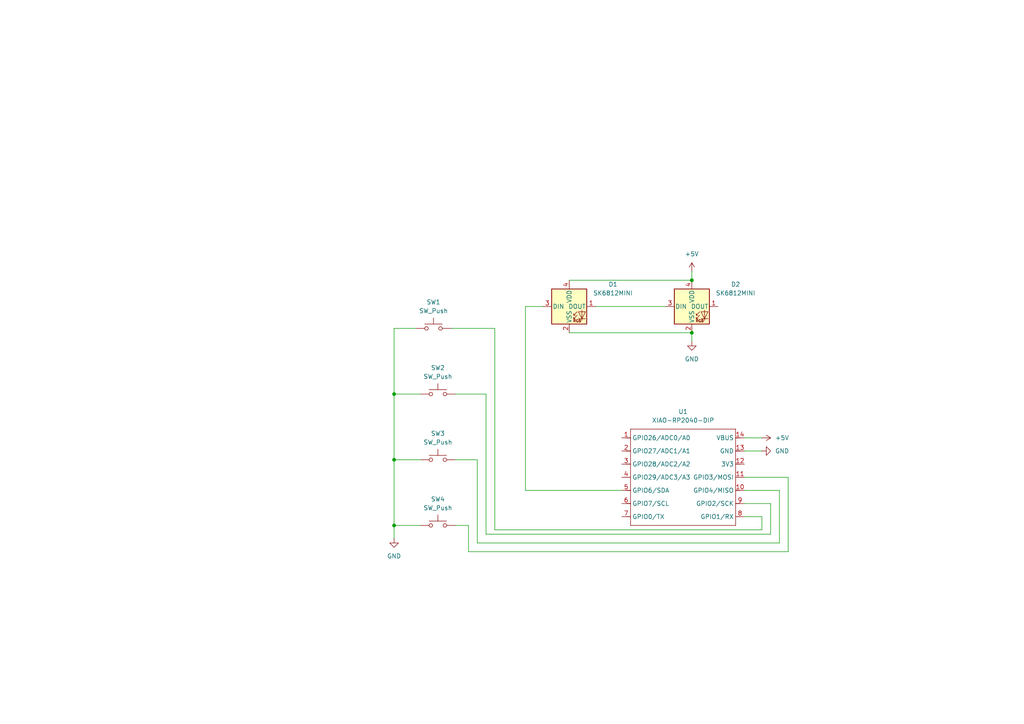
<source format=kicad_sch>
(kicad_sch
	(version 20250114)
	(generator "eeschema")
	(generator_version "9.0")
	(uuid "9b3d7d41-f9df-4cac-9e96-bcd16da35200")
	(paper "A4")
	(lib_symbols
		(symbol "LED:SK6812MINI"
			(pin_names
				(offset 0.254)
			)
			(exclude_from_sim no)
			(in_bom yes)
			(on_board yes)
			(property "Reference" "D"
				(at 5.08 5.715 0)
				(effects
					(font
						(size 1.27 1.27)
					)
					(justify right bottom)
				)
			)
			(property "Value" "SK6812MINI"
				(at 1.27 -5.715 0)
				(effects
					(font
						(size 1.27 1.27)
					)
					(justify left top)
				)
			)
			(property "Footprint" "LED_SMD:LED_SK6812MINI_PLCC4_3.5x3.5mm_P1.75mm"
				(at 1.27 -7.62 0)
				(effects
					(font
						(size 1.27 1.27)
					)
					(justify left top)
					(hide yes)
				)
			)
			(property "Datasheet" "https://cdn-shop.adafruit.com/product-files/2686/SK6812MINI_REV.01-1-2.pdf"
				(at 2.54 -9.525 0)
				(effects
					(font
						(size 1.27 1.27)
					)
					(justify left top)
					(hide yes)
				)
			)
			(property "Description" "RGB LED with integrated controller"
				(at 0 0 0)
				(effects
					(font
						(size 1.27 1.27)
					)
					(hide yes)
				)
			)
			(property "ki_keywords" "RGB LED NeoPixel Mini addressable"
				(at 0 0 0)
				(effects
					(font
						(size 1.27 1.27)
					)
					(hide yes)
				)
			)
			(property "ki_fp_filters" "LED*SK6812MINI*PLCC*3.5x3.5mm*P1.75mm*"
				(at 0 0 0)
				(effects
					(font
						(size 1.27 1.27)
					)
					(hide yes)
				)
			)
			(symbol "SK6812MINI_0_0"
				(text "RGB"
					(at 2.286 -4.191 0)
					(effects
						(font
							(size 0.762 0.762)
						)
					)
				)
			)
			(symbol "SK6812MINI_0_1"
				(polyline
					(pts
						(xy 1.27 -2.54) (xy 1.778 -2.54)
					)
					(stroke
						(width 0)
						(type default)
					)
					(fill
						(type none)
					)
				)
				(polyline
					(pts
						(xy 1.27 -3.556) (xy 1.778 -3.556)
					)
					(stroke
						(width 0)
						(type default)
					)
					(fill
						(type none)
					)
				)
				(polyline
					(pts
						(xy 2.286 -1.524) (xy 1.27 -2.54) (xy 1.27 -2.032)
					)
					(stroke
						(width 0)
						(type default)
					)
					(fill
						(type none)
					)
				)
				(polyline
					(pts
						(xy 2.286 -2.54) (xy 1.27 -3.556) (xy 1.27 -3.048)
					)
					(stroke
						(width 0)
						(type default)
					)
					(fill
						(type none)
					)
				)
				(polyline
					(pts
						(xy 3.683 -1.016) (xy 3.683 -3.556) (xy 3.683 -4.064)
					)
					(stroke
						(width 0)
						(type default)
					)
					(fill
						(type none)
					)
				)
				(polyline
					(pts
						(xy 4.699 -1.524) (xy 2.667 -1.524) (xy 3.683 -3.556) (xy 4.699 -1.524)
					)
					(stroke
						(width 0)
						(type default)
					)
					(fill
						(type none)
					)
				)
				(polyline
					(pts
						(xy 4.699 -3.556) (xy 2.667 -3.556)
					)
					(stroke
						(width 0)
						(type default)
					)
					(fill
						(type none)
					)
				)
				(rectangle
					(start 5.08 5.08)
					(end -5.08 -5.08)
					(stroke
						(width 0.254)
						(type default)
					)
					(fill
						(type background)
					)
				)
			)
			(symbol "SK6812MINI_1_1"
				(pin input line
					(at -7.62 0 0)
					(length 2.54)
					(name "DIN"
						(effects
							(font
								(size 1.27 1.27)
							)
						)
					)
					(number "3"
						(effects
							(font
								(size 1.27 1.27)
							)
						)
					)
				)
				(pin power_in line
					(at 0 7.62 270)
					(length 2.54)
					(name "VDD"
						(effects
							(font
								(size 1.27 1.27)
							)
						)
					)
					(number "4"
						(effects
							(font
								(size 1.27 1.27)
							)
						)
					)
				)
				(pin power_in line
					(at 0 -7.62 90)
					(length 2.54)
					(name "VSS"
						(effects
							(font
								(size 1.27 1.27)
							)
						)
					)
					(number "2"
						(effects
							(font
								(size 1.27 1.27)
							)
						)
					)
				)
				(pin output line
					(at 7.62 0 180)
					(length 2.54)
					(name "DOUT"
						(effects
							(font
								(size 1.27 1.27)
							)
						)
					)
					(number "1"
						(effects
							(font
								(size 1.27 1.27)
							)
						)
					)
				)
			)
			(embedded_fonts no)
		)
		(symbol "OPL:XIAO-RP2040-DIP"
			(exclude_from_sim no)
			(in_bom yes)
			(on_board yes)
			(property "Reference" "U"
				(at 0 0 0)
				(effects
					(font
						(size 1.27 1.27)
					)
				)
			)
			(property "Value" "XIAO-RP2040-DIP"
				(at 5.334 -1.778 0)
				(effects
					(font
						(size 1.27 1.27)
					)
				)
			)
			(property "Footprint" "Module:MOUDLE14P-XIAO-DIP-SMD"
				(at 14.478 -32.258 0)
				(effects
					(font
						(size 1.27 1.27)
					)
					(hide yes)
				)
			)
			(property "Datasheet" ""
				(at 0 0 0)
				(effects
					(font
						(size 1.27 1.27)
					)
					(hide yes)
				)
			)
			(property "Description" ""
				(at 0 0 0)
				(effects
					(font
						(size 1.27 1.27)
					)
					(hide yes)
				)
			)
			(symbol "XIAO-RP2040-DIP_1_0"
				(polyline
					(pts
						(xy -1.27 -2.54) (xy 29.21 -2.54)
					)
					(stroke
						(width 0.1524)
						(type solid)
					)
					(fill
						(type none)
					)
				)
				(polyline
					(pts
						(xy -1.27 -5.08) (xy -2.54 -5.08)
					)
					(stroke
						(width 0.1524)
						(type solid)
					)
					(fill
						(type none)
					)
				)
				(polyline
					(pts
						(xy -1.27 -5.08) (xy -1.27 -2.54)
					)
					(stroke
						(width 0.1524)
						(type solid)
					)
					(fill
						(type none)
					)
				)
				(polyline
					(pts
						(xy -1.27 -8.89) (xy -2.54 -8.89)
					)
					(stroke
						(width 0.1524)
						(type solid)
					)
					(fill
						(type none)
					)
				)
				(polyline
					(pts
						(xy -1.27 -8.89) (xy -1.27 -5.08)
					)
					(stroke
						(width 0.1524)
						(type solid)
					)
					(fill
						(type none)
					)
				)
				(polyline
					(pts
						(xy -1.27 -12.7) (xy -2.54 -12.7)
					)
					(stroke
						(width 0.1524)
						(type solid)
					)
					(fill
						(type none)
					)
				)
				(polyline
					(pts
						(xy -1.27 -12.7) (xy -1.27 -8.89)
					)
					(stroke
						(width 0.1524)
						(type solid)
					)
					(fill
						(type none)
					)
				)
				(polyline
					(pts
						(xy -1.27 -16.51) (xy -2.54 -16.51)
					)
					(stroke
						(width 0.1524)
						(type solid)
					)
					(fill
						(type none)
					)
				)
				(polyline
					(pts
						(xy -1.27 -16.51) (xy -1.27 -12.7)
					)
					(stroke
						(width 0.1524)
						(type solid)
					)
					(fill
						(type none)
					)
				)
				(polyline
					(pts
						(xy -1.27 -20.32) (xy -2.54 -20.32)
					)
					(stroke
						(width 0.1524)
						(type solid)
					)
					(fill
						(type none)
					)
				)
				(polyline
					(pts
						(xy -1.27 -24.13) (xy -2.54 -24.13)
					)
					(stroke
						(width 0.1524)
						(type solid)
					)
					(fill
						(type none)
					)
				)
				(polyline
					(pts
						(xy -1.27 -27.94) (xy -2.54 -27.94)
					)
					(stroke
						(width 0.1524)
						(type solid)
					)
					(fill
						(type none)
					)
				)
				(polyline
					(pts
						(xy -1.27 -30.48) (xy -1.27 -16.51)
					)
					(stroke
						(width 0.1524)
						(type solid)
					)
					(fill
						(type none)
					)
				)
				(polyline
					(pts
						(xy 29.21 -2.54) (xy 29.21 -5.08)
					)
					(stroke
						(width 0.1524)
						(type solid)
					)
					(fill
						(type none)
					)
				)
				(polyline
					(pts
						(xy 29.21 -5.08) (xy 29.21 -8.89)
					)
					(stroke
						(width 0.1524)
						(type solid)
					)
					(fill
						(type none)
					)
				)
				(polyline
					(pts
						(xy 29.21 -8.89) (xy 29.21 -12.7)
					)
					(stroke
						(width 0.1524)
						(type solid)
					)
					(fill
						(type none)
					)
				)
				(polyline
					(pts
						(xy 29.21 -12.7) (xy 29.21 -30.48)
					)
					(stroke
						(width 0.1524)
						(type solid)
					)
					(fill
						(type none)
					)
				)
				(polyline
					(pts
						(xy 29.21 -30.48) (xy -1.27 -30.48)
					)
					(stroke
						(width 0.1524)
						(type solid)
					)
					(fill
						(type none)
					)
				)
				(polyline
					(pts
						(xy 30.48 -5.08) (xy 29.21 -5.08)
					)
					(stroke
						(width 0.1524)
						(type solid)
					)
					(fill
						(type none)
					)
				)
				(polyline
					(pts
						(xy 30.48 -8.89) (xy 29.21 -8.89)
					)
					(stroke
						(width 0.1524)
						(type solid)
					)
					(fill
						(type none)
					)
				)
				(polyline
					(pts
						(xy 30.48 -12.7) (xy 29.21 -12.7)
					)
					(stroke
						(width 0.1524)
						(type solid)
					)
					(fill
						(type none)
					)
				)
				(polyline
					(pts
						(xy 30.48 -16.51) (xy 29.21 -16.51)
					)
					(stroke
						(width 0.1524)
						(type solid)
					)
					(fill
						(type none)
					)
				)
				(polyline
					(pts
						(xy 30.48 -20.32) (xy 29.21 -20.32)
					)
					(stroke
						(width 0.1524)
						(type solid)
					)
					(fill
						(type none)
					)
				)
				(polyline
					(pts
						(xy 30.48 -24.13) (xy 29.21 -24.13)
					)
					(stroke
						(width 0.1524)
						(type solid)
					)
					(fill
						(type none)
					)
				)
				(polyline
					(pts
						(xy 30.48 -27.94) (xy 29.21 -27.94)
					)
					(stroke
						(width 0.1524)
						(type solid)
					)
					(fill
						(type none)
					)
				)
				(pin passive line
					(at -3.81 -5.08 0)
					(length 2.54)
					(name "GPIO26/ADC0/A0"
						(effects
							(font
								(size 1.27 1.27)
							)
						)
					)
					(number "1"
						(effects
							(font
								(size 1.27 1.27)
							)
						)
					)
				)
				(pin passive line
					(at -3.81 -8.89 0)
					(length 2.54)
					(name "GPIO27/ADC1/A1"
						(effects
							(font
								(size 1.27 1.27)
							)
						)
					)
					(number "2"
						(effects
							(font
								(size 1.27 1.27)
							)
						)
					)
				)
				(pin passive line
					(at -3.81 -12.7 0)
					(length 2.54)
					(name "GPIO28/ADC2/A2"
						(effects
							(font
								(size 1.27 1.27)
							)
						)
					)
					(number "3"
						(effects
							(font
								(size 1.27 1.27)
							)
						)
					)
				)
				(pin passive line
					(at -3.81 -16.51 0)
					(length 2.54)
					(name "GPIO29/ADC3/A3"
						(effects
							(font
								(size 1.27 1.27)
							)
						)
					)
					(number "4"
						(effects
							(font
								(size 1.27 1.27)
							)
						)
					)
				)
				(pin passive line
					(at -3.81 -20.32 0)
					(length 2.54)
					(name "GPIO6/SDA"
						(effects
							(font
								(size 1.27 1.27)
							)
						)
					)
					(number "5"
						(effects
							(font
								(size 1.27 1.27)
							)
						)
					)
				)
				(pin passive line
					(at -3.81 -24.13 0)
					(length 2.54)
					(name "GPIO7/SCL"
						(effects
							(font
								(size 1.27 1.27)
							)
						)
					)
					(number "6"
						(effects
							(font
								(size 1.27 1.27)
							)
						)
					)
				)
				(pin passive line
					(at -3.81 -27.94 0)
					(length 2.54)
					(name "GPIO0/TX"
						(effects
							(font
								(size 1.27 1.27)
							)
						)
					)
					(number "7"
						(effects
							(font
								(size 1.27 1.27)
							)
						)
					)
				)
				(pin passive line
					(at 31.75 -5.08 180)
					(length 2.54)
					(name "VBUS"
						(effects
							(font
								(size 1.27 1.27)
							)
						)
					)
					(number "14"
						(effects
							(font
								(size 1.27 1.27)
							)
						)
					)
				)
				(pin passive line
					(at 31.75 -8.89 180)
					(length 2.54)
					(name "GND"
						(effects
							(font
								(size 1.27 1.27)
							)
						)
					)
					(number "13"
						(effects
							(font
								(size 1.27 1.27)
							)
						)
					)
				)
				(pin passive line
					(at 31.75 -12.7 180)
					(length 2.54)
					(name "3V3"
						(effects
							(font
								(size 1.27 1.27)
							)
						)
					)
					(number "12"
						(effects
							(font
								(size 1.27 1.27)
							)
						)
					)
				)
				(pin passive line
					(at 31.75 -16.51 180)
					(length 2.54)
					(name "GPIO3/MOSI"
						(effects
							(font
								(size 1.27 1.27)
							)
						)
					)
					(number "11"
						(effects
							(font
								(size 1.27 1.27)
							)
						)
					)
				)
				(pin passive line
					(at 31.75 -20.32 180)
					(length 2.54)
					(name "GPIO4/MISO"
						(effects
							(font
								(size 1.27 1.27)
							)
						)
					)
					(number "10"
						(effects
							(font
								(size 1.27 1.27)
							)
						)
					)
				)
				(pin passive line
					(at 31.75 -24.13 180)
					(length 2.54)
					(name "GPIO2/SCK"
						(effects
							(font
								(size 1.27 1.27)
							)
						)
					)
					(number "9"
						(effects
							(font
								(size 1.27 1.27)
							)
						)
					)
				)
				(pin passive line
					(at 31.75 -27.94 180)
					(length 2.54)
					(name "GPIO1/RX"
						(effects
							(font
								(size 1.27 1.27)
							)
						)
					)
					(number "8"
						(effects
							(font
								(size 1.27 1.27)
							)
						)
					)
				)
			)
			(embedded_fonts no)
		)
		(symbol "Switch:SW_Push"
			(pin_numbers
				(hide yes)
			)
			(pin_names
				(offset 1.016)
				(hide yes)
			)
			(exclude_from_sim no)
			(in_bom yes)
			(on_board yes)
			(property "Reference" "SW"
				(at 1.27 2.54 0)
				(effects
					(font
						(size 1.27 1.27)
					)
					(justify left)
				)
			)
			(property "Value" "SW_Push"
				(at 0 -1.524 0)
				(effects
					(font
						(size 1.27 1.27)
					)
				)
			)
			(property "Footprint" ""
				(at 0 5.08 0)
				(effects
					(font
						(size 1.27 1.27)
					)
					(hide yes)
				)
			)
			(property "Datasheet" "~"
				(at 0 5.08 0)
				(effects
					(font
						(size 1.27 1.27)
					)
					(hide yes)
				)
			)
			(property "Description" "Push button switch, generic, two pins"
				(at 0 0 0)
				(effects
					(font
						(size 1.27 1.27)
					)
					(hide yes)
				)
			)
			(property "ki_keywords" "switch normally-open pushbutton push-button"
				(at 0 0 0)
				(effects
					(font
						(size 1.27 1.27)
					)
					(hide yes)
				)
			)
			(symbol "SW_Push_0_1"
				(circle
					(center -2.032 0)
					(radius 0.508)
					(stroke
						(width 0)
						(type default)
					)
					(fill
						(type none)
					)
				)
				(polyline
					(pts
						(xy 0 1.27) (xy 0 3.048)
					)
					(stroke
						(width 0)
						(type default)
					)
					(fill
						(type none)
					)
				)
				(circle
					(center 2.032 0)
					(radius 0.508)
					(stroke
						(width 0)
						(type default)
					)
					(fill
						(type none)
					)
				)
				(polyline
					(pts
						(xy 2.54 1.27) (xy -2.54 1.27)
					)
					(stroke
						(width 0)
						(type default)
					)
					(fill
						(type none)
					)
				)
				(pin passive line
					(at -5.08 0 0)
					(length 2.54)
					(name "1"
						(effects
							(font
								(size 1.27 1.27)
							)
						)
					)
					(number "1"
						(effects
							(font
								(size 1.27 1.27)
							)
						)
					)
				)
				(pin passive line
					(at 5.08 0 180)
					(length 2.54)
					(name "2"
						(effects
							(font
								(size 1.27 1.27)
							)
						)
					)
					(number "2"
						(effects
							(font
								(size 1.27 1.27)
							)
						)
					)
				)
			)
			(embedded_fonts no)
		)
		(symbol "power:+5V"
			(power)
			(pin_numbers
				(hide yes)
			)
			(pin_names
				(offset 0)
				(hide yes)
			)
			(exclude_from_sim no)
			(in_bom yes)
			(on_board yes)
			(property "Reference" "#PWR"
				(at 0 -3.81 0)
				(effects
					(font
						(size 1.27 1.27)
					)
					(hide yes)
				)
			)
			(property "Value" "+5V"
				(at 0 3.556 0)
				(effects
					(font
						(size 1.27 1.27)
					)
				)
			)
			(property "Footprint" ""
				(at 0 0 0)
				(effects
					(font
						(size 1.27 1.27)
					)
					(hide yes)
				)
			)
			(property "Datasheet" ""
				(at 0 0 0)
				(effects
					(font
						(size 1.27 1.27)
					)
					(hide yes)
				)
			)
			(property "Description" "Power symbol creates a global label with name \"+5V\""
				(at 0 0 0)
				(effects
					(font
						(size 1.27 1.27)
					)
					(hide yes)
				)
			)
			(property "ki_keywords" "global power"
				(at 0 0 0)
				(effects
					(font
						(size 1.27 1.27)
					)
					(hide yes)
				)
			)
			(symbol "+5V_0_1"
				(polyline
					(pts
						(xy -0.762 1.27) (xy 0 2.54)
					)
					(stroke
						(width 0)
						(type default)
					)
					(fill
						(type none)
					)
				)
				(polyline
					(pts
						(xy 0 2.54) (xy 0.762 1.27)
					)
					(stroke
						(width 0)
						(type default)
					)
					(fill
						(type none)
					)
				)
				(polyline
					(pts
						(xy 0 0) (xy 0 2.54)
					)
					(stroke
						(width 0)
						(type default)
					)
					(fill
						(type none)
					)
				)
			)
			(symbol "+5V_1_1"
				(pin power_in line
					(at 0 0 90)
					(length 0)
					(name "~"
						(effects
							(font
								(size 1.27 1.27)
							)
						)
					)
					(number "1"
						(effects
							(font
								(size 1.27 1.27)
							)
						)
					)
				)
			)
			(embedded_fonts no)
		)
		(symbol "power:GND"
			(power)
			(pin_numbers
				(hide yes)
			)
			(pin_names
				(offset 0)
				(hide yes)
			)
			(exclude_from_sim no)
			(in_bom yes)
			(on_board yes)
			(property "Reference" "#PWR"
				(at 0 -6.35 0)
				(effects
					(font
						(size 1.27 1.27)
					)
					(hide yes)
				)
			)
			(property "Value" "GND"
				(at 0 -3.81 0)
				(effects
					(font
						(size 1.27 1.27)
					)
				)
			)
			(property "Footprint" ""
				(at 0 0 0)
				(effects
					(font
						(size 1.27 1.27)
					)
					(hide yes)
				)
			)
			(property "Datasheet" ""
				(at 0 0 0)
				(effects
					(font
						(size 1.27 1.27)
					)
					(hide yes)
				)
			)
			(property "Description" "Power symbol creates a global label with name \"GND\" , ground"
				(at 0 0 0)
				(effects
					(font
						(size 1.27 1.27)
					)
					(hide yes)
				)
			)
			(property "ki_keywords" "global power"
				(at 0 0 0)
				(effects
					(font
						(size 1.27 1.27)
					)
					(hide yes)
				)
			)
			(symbol "GND_0_1"
				(polyline
					(pts
						(xy 0 0) (xy 0 -1.27) (xy 1.27 -1.27) (xy 0 -2.54) (xy -1.27 -1.27) (xy 0 -1.27)
					)
					(stroke
						(width 0)
						(type default)
					)
					(fill
						(type none)
					)
				)
			)
			(symbol "GND_1_1"
				(pin power_in line
					(at 0 0 270)
					(length 0)
					(name "~"
						(effects
							(font
								(size 1.27 1.27)
							)
						)
					)
					(number "1"
						(effects
							(font
								(size 1.27 1.27)
							)
						)
					)
				)
			)
			(embedded_fonts no)
		)
	)
	(junction
		(at 114.3 133.35)
		(diameter 0)
		(color 0 0 0 0)
		(uuid "184fdf89-d109-436f-bd02-2fc5b6c05a78")
	)
	(junction
		(at 114.3 152.4)
		(diameter 0)
		(color 0 0 0 0)
		(uuid "29f95ac3-9971-4f54-b902-3bbc5bb26c7a")
	)
	(junction
		(at 114.3 114.3)
		(diameter 0)
		(color 0 0 0 0)
		(uuid "315477b6-964e-4727-9d18-b4580210a16e")
	)
	(junction
		(at 200.66 81.28)
		(diameter 0)
		(color 0 0 0 0)
		(uuid "95bfd46b-593b-4200-82df-9723005cfbc6")
	)
	(junction
		(at 200.66 96.52)
		(diameter 0)
		(color 0 0 0 0)
		(uuid "cabf8100-c781-4d79-974d-8f21fd392769")
	)
	(wire
		(pts
			(xy 215.9 138.43) (xy 228.6 138.43)
		)
		(stroke
			(width 0)
			(type default)
		)
		(uuid "0e265b6c-628e-41ee-91d7-f7b4cd291e37")
	)
	(wire
		(pts
			(xy 172.72 88.9) (xy 193.04 88.9)
		)
		(stroke
			(width 0)
			(type default)
		)
		(uuid "1d83853b-049e-4dca-9a18-6888b1cf4302")
	)
	(wire
		(pts
			(xy 200.66 96.52) (xy 200.66 99.06)
		)
		(stroke
			(width 0)
			(type default)
		)
		(uuid "2f2f7b68-e64a-41bf-810c-c4dbd9ab92cd")
	)
	(wire
		(pts
			(xy 152.4 88.9) (xy 152.4 142.24)
		)
		(stroke
			(width 0)
			(type default)
		)
		(uuid "45da8f32-3db0-44a8-a467-8a4ef2084b7e")
	)
	(wire
		(pts
			(xy 114.3 95.25) (xy 114.3 114.3)
		)
		(stroke
			(width 0)
			(type default)
		)
		(uuid "471aec18-adb1-408c-b6dc-82e0e0a331dd")
	)
	(wire
		(pts
			(xy 130.81 95.25) (xy 143.51 95.25)
		)
		(stroke
			(width 0)
			(type default)
		)
		(uuid "553f00c5-e3f9-4ba9-8ee8-1f71481cab91")
	)
	(wire
		(pts
			(xy 135.89 160.02) (xy 135.89 152.4)
		)
		(stroke
			(width 0)
			(type default)
		)
		(uuid "58f74461-7b3c-46fc-9165-7f5f777ff7fe")
	)
	(wire
		(pts
			(xy 138.43 157.48) (xy 138.43 133.35)
		)
		(stroke
			(width 0)
			(type default)
		)
		(uuid "59704c62-0c65-4e5f-bda6-fabb1fb650f3")
	)
	(wire
		(pts
			(xy 200.66 78.74) (xy 200.66 81.28)
		)
		(stroke
			(width 0)
			(type default)
		)
		(uuid "6195273d-2d51-444a-bd78-8802e7a2f7bc")
	)
	(wire
		(pts
			(xy 114.3 114.3) (xy 121.92 114.3)
		)
		(stroke
			(width 0)
			(type default)
		)
		(uuid "69a5c296-70c1-40cf-a0c4-715420309949")
	)
	(wire
		(pts
			(xy 114.3 152.4) (xy 114.3 156.21)
		)
		(stroke
			(width 0)
			(type default)
		)
		(uuid "719082ee-9709-4d95-94c0-c8e59a095406")
	)
	(wire
		(pts
			(xy 228.6 138.43) (xy 228.6 160.02)
		)
		(stroke
			(width 0)
			(type default)
		)
		(uuid "733ceb88-11ae-423d-8edb-8903245afd66")
	)
	(wire
		(pts
			(xy 220.98 149.86) (xy 220.98 153.67)
		)
		(stroke
			(width 0)
			(type default)
		)
		(uuid "7a58af1d-8a7f-4f90-847a-2c4ea23d553e")
	)
	(wire
		(pts
			(xy 226.06 157.48) (xy 138.43 157.48)
		)
		(stroke
			(width 0)
			(type default)
		)
		(uuid "80cd009c-4e66-423d-9297-e4fdf4671ef8")
	)
	(wire
		(pts
			(xy 132.08 114.3) (xy 140.97 114.3)
		)
		(stroke
			(width 0)
			(type default)
		)
		(uuid "82ce4a22-f7de-4e78-8d56-d9610d76a2d5")
	)
	(wire
		(pts
			(xy 121.92 133.35) (xy 114.3 133.35)
		)
		(stroke
			(width 0)
			(type default)
		)
		(uuid "969525a1-9975-4c6d-a4d9-e2e90f7c944b")
	)
	(wire
		(pts
			(xy 215.9 130.81) (xy 220.98 130.81)
		)
		(stroke
			(width 0)
			(type default)
		)
		(uuid "9805a68c-03a3-4264-8959-4b733c29063c")
	)
	(wire
		(pts
			(xy 165.1 96.52) (xy 200.66 96.52)
		)
		(stroke
			(width 0)
			(type default)
		)
		(uuid "9e612a49-03ef-4e5b-b35e-4c4935600d9a")
	)
	(wire
		(pts
			(xy 132.08 133.35) (xy 138.43 133.35)
		)
		(stroke
			(width 0)
			(type default)
		)
		(uuid "9e999197-3d2d-4d42-9d43-e1051d551cd7")
	)
	(wire
		(pts
			(xy 135.89 152.4) (xy 132.08 152.4)
		)
		(stroke
			(width 0)
			(type default)
		)
		(uuid "a25340ab-9f34-46eb-b8e7-4977d9f62255")
	)
	(wire
		(pts
			(xy 152.4 142.24) (xy 180.34 142.24)
		)
		(stroke
			(width 0)
			(type default)
		)
		(uuid "a4ae58cd-48ce-42da-96ae-4f68736329fa")
	)
	(wire
		(pts
			(xy 228.6 160.02) (xy 135.89 160.02)
		)
		(stroke
			(width 0)
			(type default)
		)
		(uuid "a57df3f7-78a8-47b8-b391-e95db633b0a7")
	)
	(wire
		(pts
			(xy 165.1 81.28) (xy 200.66 81.28)
		)
		(stroke
			(width 0)
			(type default)
		)
		(uuid "abfefc97-1b5b-46cd-a891-db0addd874cb")
	)
	(wire
		(pts
			(xy 223.52 146.05) (xy 223.52 154.94)
		)
		(stroke
			(width 0)
			(type default)
		)
		(uuid "b5724132-fa81-462d-b194-f56ccb438bee")
	)
	(wire
		(pts
			(xy 114.3 133.35) (xy 114.3 152.4)
		)
		(stroke
			(width 0)
			(type default)
		)
		(uuid "bb5a1203-d994-407a-b8f9-189a7cb808c4")
	)
	(wire
		(pts
			(xy 114.3 114.3) (xy 114.3 133.35)
		)
		(stroke
			(width 0)
			(type default)
		)
		(uuid "bd36234e-c852-45b3-b50a-719b245d5583")
	)
	(wire
		(pts
			(xy 223.52 154.94) (xy 140.97 154.94)
		)
		(stroke
			(width 0)
			(type default)
		)
		(uuid "c61379a4-d47d-4b58-bf3b-c636ab3a6a93")
	)
	(wire
		(pts
			(xy 220.98 153.67) (xy 143.51 153.67)
		)
		(stroke
			(width 0)
			(type default)
		)
		(uuid "c6da97ad-77fc-43ec-81ca-c6e82f389974")
	)
	(wire
		(pts
			(xy 215.9 149.86) (xy 220.98 149.86)
		)
		(stroke
			(width 0)
			(type default)
		)
		(uuid "ce3ad2be-b66b-43ee-93c3-e497e131e6b5")
	)
	(wire
		(pts
			(xy 114.3 152.4) (xy 121.92 152.4)
		)
		(stroke
			(width 0)
			(type default)
		)
		(uuid "df9c97be-2a26-4a93-b8da-77a267ca78b4")
	)
	(wire
		(pts
			(xy 215.9 142.24) (xy 226.06 142.24)
		)
		(stroke
			(width 0)
			(type default)
		)
		(uuid "e00dc87c-d3ed-4910-8501-f07c76121b8e")
	)
	(wire
		(pts
			(xy 215.9 146.05) (xy 223.52 146.05)
		)
		(stroke
			(width 0)
			(type default)
		)
		(uuid "ea4afc1d-8e87-429f-8e88-e33549012725")
	)
	(wire
		(pts
			(xy 140.97 154.94) (xy 140.97 114.3)
		)
		(stroke
			(width 0)
			(type default)
		)
		(uuid "ee574439-33de-4447-b172-7b0a63a41389")
	)
	(wire
		(pts
			(xy 226.06 142.24) (xy 226.06 157.48)
		)
		(stroke
			(width 0)
			(type default)
		)
		(uuid "eedbe8b8-d481-4e58-b004-8b261eb8a71e")
	)
	(wire
		(pts
			(xy 157.48 88.9) (xy 152.4 88.9)
		)
		(stroke
			(width 0)
			(type default)
		)
		(uuid "f1cf8181-9faa-4b69-bf29-6b407d5f4769")
	)
	(wire
		(pts
			(xy 215.9 127) (xy 220.98 127)
		)
		(stroke
			(width 0)
			(type default)
		)
		(uuid "f7260594-8721-4bd7-abdd-293d07e7da06")
	)
	(wire
		(pts
			(xy 143.51 153.67) (xy 143.51 95.25)
		)
		(stroke
			(width 0)
			(type default)
		)
		(uuid "f860bd8a-0554-4988-9811-2f2ccdbdc6eb")
	)
	(wire
		(pts
			(xy 120.65 95.25) (xy 114.3 95.25)
		)
		(stroke
			(width 0)
			(type default)
		)
		(uuid "f99ed9cf-8417-4a26-bfff-d7750f31a1ca")
	)
	(symbol
		(lib_id "Switch:SW_Push")
		(at 127 114.3 0)
		(unit 1)
		(exclude_from_sim no)
		(in_bom yes)
		(on_board yes)
		(dnp no)
		(fields_autoplaced yes)
		(uuid "0a0c3f33-58cc-4b4e-8845-db08257454bd")
		(property "Reference" "SW2"
			(at 127 106.68 0)
			(effects
				(font
					(size 1.27 1.27)
				)
			)
		)
		(property "Value" "SW_Push"
			(at 127 109.22 0)
			(effects
				(font
					(size 1.27 1.27)
				)
			)
		)
		(property "Footprint" "PCM_Switch_Keyboard_Cherry_MX:SW_Cherry_MX_PCB_1.00u"
			(at 127 109.22 0)
			(effects
				(font
					(size 1.27 1.27)
				)
				(hide yes)
			)
		)
		(property "Datasheet" "~"
			(at 127 109.22 0)
			(effects
				(font
					(size 1.27 1.27)
				)
				(hide yes)
			)
		)
		(property "Description" "Push button switch, generic, two pins"
			(at 127 114.3 0)
			(effects
				(font
					(size 1.27 1.27)
				)
				(hide yes)
			)
		)
		(pin "2"
			(uuid "96ce5fde-ef2c-4e4a-999d-8e501fc1eca6")
		)
		(pin "1"
			(uuid "69f69585-7ab1-4f6f-b1b3-dc1326958e24")
		)
		(instances
			(project "ZachroPad"
				(path "/9b3d7d41-f9df-4cac-9e96-bcd16da35200"
					(reference "SW2")
					(unit 1)
				)
			)
		)
	)
	(symbol
		(lib_id "power:GND")
		(at 200.66 99.06 0)
		(unit 1)
		(exclude_from_sim no)
		(in_bom yes)
		(on_board yes)
		(dnp no)
		(fields_autoplaced yes)
		(uuid "0ba18f49-1225-4670-a602-65f922510cfc")
		(property "Reference" "#PWR02"
			(at 200.66 105.41 0)
			(effects
				(font
					(size 1.27 1.27)
				)
				(hide yes)
			)
		)
		(property "Value" "GND"
			(at 200.66 104.14 0)
			(effects
				(font
					(size 1.27 1.27)
				)
			)
		)
		(property "Footprint" ""
			(at 200.66 99.06 0)
			(effects
				(font
					(size 1.27 1.27)
				)
				(hide yes)
			)
		)
		(property "Datasheet" ""
			(at 200.66 99.06 0)
			(effects
				(font
					(size 1.27 1.27)
				)
				(hide yes)
			)
		)
		(property "Description" "Power symbol creates a global label with name \"GND\" , ground"
			(at 200.66 99.06 0)
			(effects
				(font
					(size 1.27 1.27)
				)
				(hide yes)
			)
		)
		(pin "1"
			(uuid "14e86f20-c46a-4350-b5f1-1fc1ebba4465")
		)
		(instances
			(project ""
				(path "/9b3d7d41-f9df-4cac-9e96-bcd16da35200"
					(reference "#PWR02")
					(unit 1)
				)
			)
		)
	)
	(symbol
		(lib_id "power:GND")
		(at 220.98 130.81 90)
		(unit 1)
		(exclude_from_sim no)
		(in_bom yes)
		(on_board yes)
		(dnp no)
		(fields_autoplaced yes)
		(uuid "30c39df7-7979-4648-93ab-ab09d2224a6c")
		(property "Reference" "#PWR04"
			(at 227.33 130.81 0)
			(effects
				(font
					(size 1.27 1.27)
				)
				(hide yes)
			)
		)
		(property "Value" "GND"
			(at 224.79 130.8099 90)
			(effects
				(font
					(size 1.27 1.27)
				)
				(justify right)
			)
		)
		(property "Footprint" ""
			(at 220.98 130.81 0)
			(effects
				(font
					(size 1.27 1.27)
				)
				(hide yes)
			)
		)
		(property "Datasheet" ""
			(at 220.98 130.81 0)
			(effects
				(font
					(size 1.27 1.27)
				)
				(hide yes)
			)
		)
		(property "Description" "Power symbol creates a global label with name \"GND\" , ground"
			(at 220.98 130.81 0)
			(effects
				(font
					(size 1.27 1.27)
				)
				(hide yes)
			)
		)
		(pin "1"
			(uuid "6881f550-f11c-4535-acf9-8b8b974b3f87")
		)
		(instances
			(project ""
				(path "/9b3d7d41-f9df-4cac-9e96-bcd16da35200"
					(reference "#PWR04")
					(unit 1)
				)
			)
		)
	)
	(symbol
		(lib_id "Switch:SW_Push")
		(at 127 133.35 0)
		(unit 1)
		(exclude_from_sim no)
		(in_bom yes)
		(on_board yes)
		(dnp no)
		(fields_autoplaced yes)
		(uuid "4c3825a5-2e94-4ee9-8ab6-231e3679e6d9")
		(property "Reference" "SW3"
			(at 127 125.73 0)
			(effects
				(font
					(size 1.27 1.27)
				)
			)
		)
		(property "Value" "SW_Push"
			(at 127 128.27 0)
			(effects
				(font
					(size 1.27 1.27)
				)
			)
		)
		(property "Footprint" "PCM_Switch_Keyboard_Cherry_MX:SW_Cherry_MX_PCB_1.00u"
			(at 127 128.27 0)
			(effects
				(font
					(size 1.27 1.27)
				)
				(hide yes)
			)
		)
		(property "Datasheet" "~"
			(at 127 128.27 0)
			(effects
				(font
					(size 1.27 1.27)
				)
				(hide yes)
			)
		)
		(property "Description" "Push button switch, generic, two pins"
			(at 127 133.35 0)
			(effects
				(font
					(size 1.27 1.27)
				)
				(hide yes)
			)
		)
		(pin "2"
			(uuid "06d67d07-0614-4575-875c-aa0f34484225")
		)
		(pin "1"
			(uuid "77bc4a18-fe1f-439d-97e0-772c893c75bc")
		)
		(instances
			(project "ZachroPad"
				(path "/9b3d7d41-f9df-4cac-9e96-bcd16da35200"
					(reference "SW3")
					(unit 1)
				)
			)
		)
	)
	(symbol
		(lib_id "Switch:SW_Push")
		(at 127 152.4 0)
		(unit 1)
		(exclude_from_sim no)
		(in_bom yes)
		(on_board yes)
		(dnp no)
		(fields_autoplaced yes)
		(uuid "50016c74-d180-4ff1-a300-0569acfc05e3")
		(property "Reference" "SW4"
			(at 127 144.78 0)
			(effects
				(font
					(size 1.27 1.27)
				)
			)
		)
		(property "Value" "SW_Push"
			(at 127 147.32 0)
			(effects
				(font
					(size 1.27 1.27)
				)
			)
		)
		(property "Footprint" "PCM_Switch_Keyboard_Cherry_MX:SW_Cherry_MX_PCB_1.00u"
			(at 127 147.32 0)
			(effects
				(font
					(size 1.27 1.27)
				)
				(hide yes)
			)
		)
		(property "Datasheet" "~"
			(at 127 147.32 0)
			(effects
				(font
					(size 1.27 1.27)
				)
				(hide yes)
			)
		)
		(property "Description" "Push button switch, generic, two pins"
			(at 127 152.4 0)
			(effects
				(font
					(size 1.27 1.27)
				)
				(hide yes)
			)
		)
		(pin "2"
			(uuid "e1117586-4bb0-4ff2-8209-8b40404ea8c8")
		)
		(pin "1"
			(uuid "16125e5b-d226-46b2-b902-cb4c66afb628")
		)
		(instances
			(project "ZachroPad"
				(path "/9b3d7d41-f9df-4cac-9e96-bcd16da35200"
					(reference "SW4")
					(unit 1)
				)
			)
		)
	)
	(symbol
		(lib_id "OPL:XIAO-RP2040-DIP")
		(at 184.15 121.92 0)
		(unit 1)
		(exclude_from_sim no)
		(in_bom yes)
		(on_board yes)
		(dnp no)
		(fields_autoplaced yes)
		(uuid "6ed3b185-c5e6-4bf7-b97d-9891f2c54159")
		(property "Reference" "U1"
			(at 198.12 119.38 0)
			(effects
				(font
					(size 1.27 1.27)
				)
			)
		)
		(property "Value" "XIAO-RP2040-DIP"
			(at 198.12 121.92 0)
			(effects
				(font
					(size 1.27 1.27)
				)
			)
		)
		(property "Footprint" "OPL:XIAO-RP2040-DIP"
			(at 198.628 154.178 0)
			(effects
				(font
					(size 1.27 1.27)
				)
				(hide yes)
			)
		)
		(property "Datasheet" ""
			(at 184.15 121.92 0)
			(effects
				(font
					(size 1.27 1.27)
				)
				(hide yes)
			)
		)
		(property "Description" ""
			(at 184.15 121.92 0)
			(effects
				(font
					(size 1.27 1.27)
				)
				(hide yes)
			)
		)
		(pin "3"
			(uuid "7c315d50-f81b-451d-a203-d1c055325f5a")
		)
		(pin "5"
			(uuid "3c3b07b0-b475-4f4c-aa24-74dd1a3edafb")
		)
		(pin "7"
			(uuid "c353212e-8cf9-4e33-8f06-1008943815c5")
		)
		(pin "1"
			(uuid "6ac13952-41d7-4c77-a771-7eb6ab5d967a")
		)
		(pin "2"
			(uuid "3a0a9cc9-3fd4-4910-9da3-388d33c8516b")
		)
		(pin "4"
			(uuid "cfb4009b-f93d-46e8-b194-0b1aeb564346")
		)
		(pin "6"
			(uuid "19c83473-1773-418f-9671-1f6970b031b0")
		)
		(pin "8"
			(uuid "fbede2c9-2823-45f7-8494-70965b026aae")
		)
		(pin "13"
			(uuid "0ceee5a9-026c-4f25-a1bb-178b956074e0")
		)
		(pin "12"
			(uuid "ae6aeb48-b3e5-4ad3-bc6f-bfc33e81a5ce")
		)
		(pin "9"
			(uuid "edc45b6d-c8c9-45a0-95f0-cb9d77964bc0")
		)
		(pin "11"
			(uuid "b5c09cc4-b13a-4a33-89c0-9a5df3e5835a")
		)
		(pin "10"
			(uuid "a506f13e-220c-4222-bb55-336b9cf90e38")
		)
		(pin "14"
			(uuid "edb51106-ca93-410f-8a10-e36cd2aab706")
		)
		(instances
			(project ""
				(path "/9b3d7d41-f9df-4cac-9e96-bcd16da35200"
					(reference "U1")
					(unit 1)
				)
			)
		)
	)
	(symbol
		(lib_id "Switch:SW_Push")
		(at 125.73 95.25 0)
		(unit 1)
		(exclude_from_sim no)
		(in_bom yes)
		(on_board yes)
		(dnp no)
		(fields_autoplaced yes)
		(uuid "749fb431-aae9-4340-a032-a6bb7e4162d6")
		(property "Reference" "SW1"
			(at 125.73 87.63 0)
			(effects
				(font
					(size 1.27 1.27)
				)
			)
		)
		(property "Value" "SW_Push"
			(at 125.73 90.17 0)
			(effects
				(font
					(size 1.27 1.27)
				)
			)
		)
		(property "Footprint" "PCM_Switch_Keyboard_Cherry_MX:SW_Cherry_MX_PCB_1.00u"
			(at 125.73 90.17 0)
			(effects
				(font
					(size 1.27 1.27)
				)
				(hide yes)
			)
		)
		(property "Datasheet" "~"
			(at 125.73 90.17 0)
			(effects
				(font
					(size 1.27 1.27)
				)
				(hide yes)
			)
		)
		(property "Description" "Push button switch, generic, two pins"
			(at 125.73 95.25 0)
			(effects
				(font
					(size 1.27 1.27)
				)
				(hide yes)
			)
		)
		(pin "2"
			(uuid "50e9c998-899e-48e6-8b09-101f04ed24c4")
		)
		(pin "1"
			(uuid "b80128da-561b-4b30-9e43-2fe200f36d28")
		)
		(instances
			(project ""
				(path "/9b3d7d41-f9df-4cac-9e96-bcd16da35200"
					(reference "SW1")
					(unit 1)
				)
			)
		)
	)
	(symbol
		(lib_id "power:GND")
		(at 114.3 156.21 0)
		(unit 1)
		(exclude_from_sim no)
		(in_bom yes)
		(on_board yes)
		(dnp no)
		(fields_autoplaced yes)
		(uuid "a8a8faa4-156b-4dd8-bf40-4010eded03ed")
		(property "Reference" "#PWR03"
			(at 114.3 162.56 0)
			(effects
				(font
					(size 1.27 1.27)
				)
				(hide yes)
			)
		)
		(property "Value" "GND"
			(at 114.3 161.29 0)
			(effects
				(font
					(size 1.27 1.27)
				)
			)
		)
		(property "Footprint" ""
			(at 114.3 156.21 0)
			(effects
				(font
					(size 1.27 1.27)
				)
				(hide yes)
			)
		)
		(property "Datasheet" ""
			(at 114.3 156.21 0)
			(effects
				(font
					(size 1.27 1.27)
				)
				(hide yes)
			)
		)
		(property "Description" "Power symbol creates a global label with name \"GND\" , ground"
			(at 114.3 156.21 0)
			(effects
				(font
					(size 1.27 1.27)
				)
				(hide yes)
			)
		)
		(pin "1"
			(uuid "ef6c5117-2598-41d4-8c56-51378ce1028f")
		)
		(instances
			(project ""
				(path "/9b3d7d41-f9df-4cac-9e96-bcd16da35200"
					(reference "#PWR03")
					(unit 1)
				)
			)
		)
	)
	(symbol
		(lib_id "power:+5V")
		(at 220.98 127 270)
		(unit 1)
		(exclude_from_sim no)
		(in_bom yes)
		(on_board yes)
		(dnp no)
		(fields_autoplaced yes)
		(uuid "b9f2a1fb-bb8b-47a7-a606-24b151ffd822")
		(property "Reference" "#PWR05"
			(at 217.17 127 0)
			(effects
				(font
					(size 1.27 1.27)
				)
				(hide yes)
			)
		)
		(property "Value" "+5V"
			(at 224.79 126.9999 90)
			(effects
				(font
					(size 1.27 1.27)
				)
				(justify left)
			)
		)
		(property "Footprint" ""
			(at 220.98 127 0)
			(effects
				(font
					(size 1.27 1.27)
				)
				(hide yes)
			)
		)
		(property "Datasheet" ""
			(at 220.98 127 0)
			(effects
				(font
					(size 1.27 1.27)
				)
				(hide yes)
			)
		)
		(property "Description" "Power symbol creates a global label with name \"+5V\""
			(at 220.98 127 0)
			(effects
				(font
					(size 1.27 1.27)
				)
				(hide yes)
			)
		)
		(pin "1"
			(uuid "e18d215c-7459-4e7b-b7c8-963e969ee925")
		)
		(instances
			(project ""
				(path "/9b3d7d41-f9df-4cac-9e96-bcd16da35200"
					(reference "#PWR05")
					(unit 1)
				)
			)
		)
	)
	(symbol
		(lib_id "LED:SK6812MINI")
		(at 165.1 88.9 0)
		(unit 1)
		(exclude_from_sim no)
		(in_bom yes)
		(on_board yes)
		(dnp no)
		(fields_autoplaced yes)
		(uuid "d92ff9fc-f439-4074-988c-e1ecb8e9103c")
		(property "Reference" "D1"
			(at 177.8 82.4798 0)
			(effects
				(font
					(size 1.27 1.27)
				)
			)
		)
		(property "Value" "SK6812MINI"
			(at 177.8 85.0198 0)
			(effects
				(font
					(size 1.27 1.27)
				)
			)
		)
		(property "Footprint" "PCM_LED_SMD_AKL:LED_SK6812MINI_PLCC4_3.5x3.5mm_P1.75mm"
			(at 166.37 96.52 0)
			(effects
				(font
					(size 1.27 1.27)
				)
				(justify left top)
				(hide yes)
			)
		)
		(property "Datasheet" "https://cdn-shop.adafruit.com/product-files/2686/SK6812MINI_REV.01-1-2.pdf"
			(at 167.64 98.425 0)
			(effects
				(font
					(size 1.27 1.27)
				)
				(justify left top)
				(hide yes)
			)
		)
		(property "Description" "RGB LED with integrated controller"
			(at 165.1 88.9 0)
			(effects
				(font
					(size 1.27 1.27)
				)
				(hide yes)
			)
		)
		(pin "4"
			(uuid "89e4755e-0eb8-4e3d-bf25-9abead5bf9b5")
		)
		(pin "3"
			(uuid "9ebc5f31-06b6-4dd8-a50b-ccb80fa7b2d7")
		)
		(pin "2"
			(uuid "9cee88a3-fcc8-4b29-86f6-364f14f5f15a")
		)
		(pin "1"
			(uuid "226c7466-ad16-4f7f-b8ed-2d537d7591f0")
		)
		(instances
			(project ""
				(path "/9b3d7d41-f9df-4cac-9e96-bcd16da35200"
					(reference "D1")
					(unit 1)
				)
			)
		)
	)
	(symbol
		(lib_id "power:+5V")
		(at 200.66 78.74 0)
		(unit 1)
		(exclude_from_sim no)
		(in_bom yes)
		(on_board yes)
		(dnp no)
		(fields_autoplaced yes)
		(uuid "e009ce89-6f21-472f-893a-91dd09b22dc8")
		(property "Reference" "#PWR01"
			(at 200.66 82.55 0)
			(effects
				(font
					(size 1.27 1.27)
				)
				(hide yes)
			)
		)
		(property "Value" "+5V"
			(at 200.66 73.66 0)
			(effects
				(font
					(size 1.27 1.27)
				)
			)
		)
		(property "Footprint" ""
			(at 200.66 78.74 0)
			(effects
				(font
					(size 1.27 1.27)
				)
				(hide yes)
			)
		)
		(property "Datasheet" ""
			(at 200.66 78.74 0)
			(effects
				(font
					(size 1.27 1.27)
				)
				(hide yes)
			)
		)
		(property "Description" "Power symbol creates a global label with name \"+5V\""
			(at 200.66 78.74 0)
			(effects
				(font
					(size 1.27 1.27)
				)
				(hide yes)
			)
		)
		(pin "1"
			(uuid "96b68c8b-5fe6-4fde-a69d-cee875972997")
		)
		(instances
			(project ""
				(path "/9b3d7d41-f9df-4cac-9e96-bcd16da35200"
					(reference "#PWR01")
					(unit 1)
				)
			)
		)
	)
	(symbol
		(lib_id "LED:SK6812MINI")
		(at 200.66 88.9 0)
		(unit 1)
		(exclude_from_sim no)
		(in_bom yes)
		(on_board yes)
		(dnp no)
		(fields_autoplaced yes)
		(uuid "f4501b9d-0715-49d8-a5fa-f3b290d6ec9b")
		(property "Reference" "D2"
			(at 213.36 82.4798 0)
			(effects
				(font
					(size 1.27 1.27)
				)
			)
		)
		(property "Value" "SK6812MINI"
			(at 213.36 85.0198 0)
			(effects
				(font
					(size 1.27 1.27)
				)
			)
		)
		(property "Footprint" "PCM_LED_SMD_AKL:LED_SK6812MINI_PLCC4_3.5x3.5mm_P1.75mm"
			(at 201.93 96.52 0)
			(effects
				(font
					(size 1.27 1.27)
				)
				(justify left top)
				(hide yes)
			)
		)
		(property "Datasheet" "https://cdn-shop.adafruit.com/product-files/2686/SK6812MINI_REV.01-1-2.pdf"
			(at 203.2 98.425 0)
			(effects
				(font
					(size 1.27 1.27)
				)
				(justify left top)
				(hide yes)
			)
		)
		(property "Description" "RGB LED with integrated controller"
			(at 200.66 88.9 0)
			(effects
				(font
					(size 1.27 1.27)
				)
				(hide yes)
			)
		)
		(pin "4"
			(uuid "813aa0b9-aa71-409b-a7f0-76ca8590f945")
		)
		(pin "2"
			(uuid "6d041602-7b18-4f2e-b249-ebed66b06318")
		)
		(pin "3"
			(uuid "c82303d4-5a9f-4630-9783-27b8ce84d7a2")
		)
		(pin "1"
			(uuid "6b222a3b-d398-436e-a4a0-e8d84f99c933")
		)
		(instances
			(project ""
				(path "/9b3d7d41-f9df-4cac-9e96-bcd16da35200"
					(reference "D2")
					(unit 1)
				)
			)
		)
	)
	(sheet_instances
		(path "/"
			(page "1")
		)
	)
	(embedded_fonts no)
)

</source>
